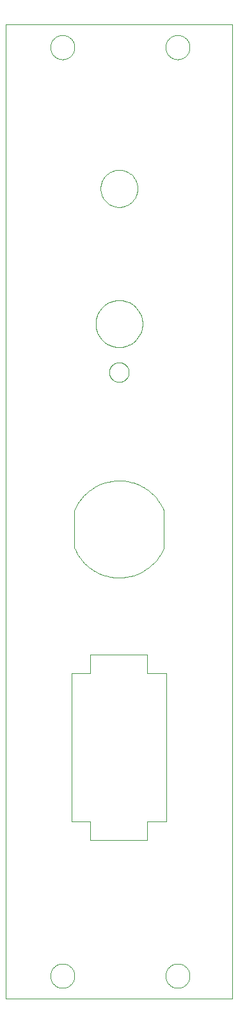
<source format=gm1>
G04 #@! TF.GenerationSoftware,KiCad,Pcbnew,8.0.5*
G04 #@! TF.CreationDate,2024-10-30T16:54:04+09:00*
G04 #@! TF.ProjectId,ERK01_PWR_Panel,45524b30-315f-4505-9752-5f50616e656c,1.0*
G04 #@! TF.SameCoordinates,Original*
G04 #@! TF.FileFunction,Profile,NP*
%FSLAX46Y46*%
G04 Gerber Fmt 4.6, Leading zero omitted, Abs format (unit mm)*
G04 Created by KiCad (PCBNEW 8.0.5) date 2024-10-30 16:54:04*
%MOMM*%
%LPD*%
G01*
G04 APERTURE LIST*
G04 #@! TA.AperFunction,Profile*
%ADD10C,0.017638*%
G04 #@! TD*
G04 #@! TA.AperFunction,Profile*
%ADD11C,0.088194*%
G04 #@! TD*
G04 APERTURE END LIST*
D10*
X128103142Y-37420582D02*
X158103003Y-37420582D01*
X158103003Y-165920558D01*
X128103142Y-165920558D01*
X128103142Y-37420582D01*
D11*
X135685541Y-161322411D02*
X135766806Y-161328591D01*
X135846890Y-161338767D01*
X135925691Y-161352840D01*
X136003110Y-161370708D01*
X136079046Y-161392272D01*
X136153397Y-161417430D01*
X136226065Y-161446082D01*
X136296948Y-161478127D01*
X136365945Y-161513466D01*
X136432957Y-161551997D01*
X136497882Y-161593620D01*
X136560620Y-161638235D01*
X136621071Y-161685740D01*
X136679133Y-161736035D01*
X136734707Y-161789020D01*
X136787692Y-161844595D01*
X136837987Y-161902658D01*
X136885492Y-161963109D01*
X136930106Y-162025847D01*
X136971728Y-162090773D01*
X137010259Y-162157785D01*
X137045598Y-162226783D01*
X137077643Y-162297666D01*
X137106295Y-162370334D01*
X137131453Y-162444686D01*
X137153016Y-162520622D01*
X137170884Y-162598041D01*
X137184957Y-162676843D01*
X137195133Y-162756927D01*
X137201313Y-162838192D01*
X137203395Y-162920538D01*
X137201313Y-163002884D01*
X137195133Y-163084148D01*
X137184957Y-163164231D01*
X137170884Y-163243032D01*
X137153016Y-163320450D01*
X137131453Y-163396386D01*
X137106295Y-163470737D01*
X137077643Y-163543405D01*
X137045598Y-163614288D01*
X137010259Y-163683285D01*
X136971728Y-163750296D01*
X136930106Y-163815222D01*
X136885492Y-163877960D01*
X136837987Y-163938410D01*
X136787692Y-163996473D01*
X136734707Y-164052047D01*
X136679133Y-164105032D01*
X136621071Y-164155327D01*
X136560620Y-164202832D01*
X136497882Y-164247446D01*
X136432957Y-164289069D01*
X136365945Y-164327600D01*
X136296948Y-164362939D01*
X136226065Y-164394985D01*
X136153397Y-164423637D01*
X136079046Y-164448795D01*
X136003110Y-164470358D01*
X135925691Y-164488227D01*
X135846890Y-164502299D01*
X135766806Y-164512475D01*
X135685541Y-164518655D01*
X135603195Y-164520737D01*
X135520849Y-164518655D01*
X135439584Y-164512475D01*
X135359501Y-164502299D01*
X135280699Y-164488227D01*
X135203280Y-164470358D01*
X135127345Y-164448795D01*
X135052993Y-164423637D01*
X134980326Y-164394985D01*
X134909443Y-164362939D01*
X134840445Y-164327600D01*
X134773434Y-164289069D01*
X134708509Y-164247446D01*
X134645771Y-164202832D01*
X134585320Y-164155327D01*
X134527258Y-164105032D01*
X134471684Y-164052047D01*
X134418699Y-163996473D01*
X134368404Y-163938410D01*
X134320899Y-163877960D01*
X134276285Y-163815222D01*
X134234662Y-163750296D01*
X134196132Y-163683285D01*
X134160793Y-163614288D01*
X134128748Y-163543405D01*
X134100096Y-163470737D01*
X134074938Y-163396386D01*
X134053375Y-163320450D01*
X134035506Y-163243032D01*
X134021434Y-163164231D01*
X134011258Y-163084148D01*
X134005078Y-163002884D01*
X134002996Y-162920538D01*
X134005078Y-162838192D01*
X134011258Y-162756927D01*
X134021434Y-162676843D01*
X134035506Y-162598041D01*
X134053375Y-162520622D01*
X134074938Y-162444686D01*
X134100096Y-162370334D01*
X134128748Y-162297666D01*
X134160793Y-162226783D01*
X134196132Y-162157785D01*
X134234662Y-162090773D01*
X134276285Y-162025847D01*
X134320899Y-161963109D01*
X134368404Y-161902658D01*
X134418699Y-161844595D01*
X134471684Y-161789020D01*
X134527258Y-161736035D01*
X134585320Y-161685740D01*
X134645771Y-161638235D01*
X134708509Y-161593620D01*
X134773434Y-161551997D01*
X134840445Y-161513466D01*
X134909443Y-161478127D01*
X134980326Y-161446082D01*
X135052993Y-161417430D01*
X135127345Y-161392272D01*
X135203280Y-161370708D01*
X135280699Y-161352840D01*
X135359501Y-161338767D01*
X135439584Y-161328591D01*
X135520849Y-161322411D01*
X135603195Y-161320329D01*
X135685541Y-161322411D01*
X143229328Y-56611347D02*
X143353752Y-56620808D01*
X143476366Y-56636389D01*
X143597018Y-56657935D01*
X143715552Y-56685293D01*
X143831816Y-56718308D01*
X143945655Y-56756827D01*
X144056915Y-56800695D01*
X144165443Y-56849760D01*
X144271084Y-56903866D01*
X144373684Y-56962860D01*
X144473090Y-57026588D01*
X144569148Y-57094895D01*
X144661703Y-57167629D01*
X144750601Y-57244635D01*
X144835690Y-57325760D01*
X144916814Y-57410848D01*
X144993820Y-57499747D01*
X145066554Y-57592302D01*
X145134861Y-57688359D01*
X145198589Y-57787765D01*
X145257583Y-57890365D01*
X145311689Y-57996006D01*
X145360754Y-58104534D01*
X145404622Y-58215794D01*
X145443141Y-58329633D01*
X145476156Y-58445897D01*
X145503514Y-58564432D01*
X145525060Y-58685084D01*
X145540641Y-58807698D01*
X145550102Y-58932122D01*
X145553290Y-59058201D01*
X145550102Y-59184280D01*
X145540641Y-59308703D01*
X145525060Y-59431318D01*
X145503514Y-59551969D01*
X145476156Y-59670504D01*
X145443141Y-59786767D01*
X145404622Y-59900606D01*
X145360754Y-60011867D01*
X145311689Y-60120394D01*
X145257583Y-60226035D01*
X145198589Y-60328635D01*
X145134861Y-60428041D01*
X145066554Y-60524098D01*
X144993820Y-60616653D01*
X144916814Y-60705552D01*
X144835690Y-60790640D01*
X144750601Y-60871764D01*
X144661703Y-60948770D01*
X144569148Y-61021504D01*
X144473090Y-61089812D01*
X144373684Y-61153540D01*
X144271084Y-61212534D01*
X144165443Y-61266640D01*
X144056915Y-61315704D01*
X143945655Y-61359573D01*
X143831816Y-61398092D01*
X143715552Y-61431107D01*
X143597018Y-61458464D01*
X143476366Y-61480011D01*
X143353752Y-61495591D01*
X143229328Y-61505053D01*
X143103249Y-61508241D01*
X142977170Y-61505053D01*
X142852747Y-61495591D01*
X142730132Y-61480011D01*
X142609480Y-61458464D01*
X142490945Y-61431107D01*
X142374682Y-61398092D01*
X142260843Y-61359573D01*
X142149582Y-61315704D01*
X142041055Y-61266640D01*
X141935414Y-61212534D01*
X141832813Y-61153540D01*
X141733408Y-61089812D01*
X141637350Y-61021504D01*
X141544795Y-60948770D01*
X141455897Y-60871764D01*
X141370808Y-60790640D01*
X141289684Y-60705552D01*
X141212678Y-60616653D01*
X141139944Y-60524098D01*
X141071637Y-60428041D01*
X141007909Y-60328635D01*
X140948915Y-60226035D01*
X140894809Y-60120394D01*
X140845745Y-60011867D01*
X140801876Y-59900606D01*
X140763357Y-59786767D01*
X140730342Y-59670504D01*
X140702984Y-59551969D01*
X140681438Y-59431318D01*
X140665858Y-59308703D01*
X140656396Y-59184280D01*
X140653208Y-59058201D01*
X140656396Y-58932122D01*
X140665858Y-58807698D01*
X140681438Y-58685084D01*
X140702984Y-58564432D01*
X140730342Y-58445897D01*
X140763357Y-58329633D01*
X140801876Y-58215794D01*
X140845745Y-58104534D01*
X140894809Y-57996006D01*
X140948915Y-57890365D01*
X141007909Y-57787765D01*
X141071637Y-57688359D01*
X141139944Y-57592302D01*
X141212678Y-57499747D01*
X141289684Y-57410848D01*
X141370808Y-57325760D01*
X141455897Y-57244635D01*
X141544795Y-57167629D01*
X141637350Y-57094895D01*
X141733408Y-57026588D01*
X141832813Y-56962860D01*
X141935414Y-56903866D01*
X142041055Y-56849760D01*
X142149582Y-56800695D01*
X142260843Y-56756827D01*
X142374682Y-56718308D01*
X142490945Y-56685293D01*
X142609480Y-56657935D01*
X142730132Y-56636389D01*
X142852747Y-56620808D01*
X142977170Y-56611347D01*
X143103249Y-56608159D01*
X143229328Y-56611347D01*
X143169088Y-81998203D02*
X143235107Y-82003223D01*
X143300166Y-82011490D01*
X143364183Y-82022923D01*
X143427078Y-82037439D01*
X143488767Y-82054957D01*
X143549170Y-82075395D01*
X143608204Y-82098671D01*
X143665789Y-82124705D01*
X143721841Y-82153413D01*
X143776281Y-82184716D01*
X143829025Y-82218530D01*
X143879993Y-82254774D01*
X143929103Y-82293366D01*
X143976272Y-82334225D01*
X144021420Y-82377270D01*
X144064464Y-82422418D01*
X144105323Y-82469587D01*
X144143916Y-82518697D01*
X144180160Y-82569665D01*
X144213974Y-82622409D01*
X144245276Y-82676849D01*
X144273984Y-82732902D01*
X144300018Y-82790486D01*
X144323294Y-82849521D01*
X144343733Y-82909923D01*
X144361250Y-82971613D01*
X144375766Y-83034507D01*
X144387199Y-83098524D01*
X144395466Y-83163583D01*
X144400486Y-83229602D01*
X144402177Y-83296499D01*
X144400486Y-83363396D01*
X144395466Y-83429415D01*
X144387199Y-83494474D01*
X144375766Y-83558491D01*
X144361250Y-83621385D01*
X144343733Y-83683074D01*
X144323294Y-83743477D01*
X144300018Y-83802511D01*
X144273984Y-83860096D01*
X144245276Y-83916148D01*
X144213974Y-83970588D01*
X144180160Y-84023332D01*
X144143916Y-84074300D01*
X144105323Y-84123409D01*
X144064464Y-84170578D01*
X144021420Y-84215726D01*
X143976272Y-84258770D01*
X143929103Y-84299629D01*
X143879993Y-84338221D01*
X143829025Y-84374465D01*
X143776281Y-84408279D01*
X143721841Y-84439581D01*
X143665789Y-84468289D01*
X143608204Y-84494323D01*
X143549170Y-84517599D01*
X143488767Y-84538037D01*
X143427078Y-84555555D01*
X143364183Y-84570070D01*
X143300166Y-84581503D01*
X143235107Y-84589770D01*
X143169088Y-84594790D01*
X143102191Y-84596481D01*
X143035294Y-84594790D01*
X142969275Y-84589770D01*
X142904216Y-84581503D01*
X142840199Y-84570070D01*
X142777305Y-84555555D01*
X142715616Y-84538037D01*
X142655213Y-84517599D01*
X142596178Y-84494323D01*
X142538594Y-84468289D01*
X142482541Y-84439581D01*
X142428102Y-84408279D01*
X142375357Y-84374465D01*
X142324389Y-84338221D01*
X142275280Y-84299629D01*
X142228110Y-84258770D01*
X142182963Y-84215726D01*
X142139918Y-84170578D01*
X142099059Y-84123409D01*
X142060467Y-84074300D01*
X142024223Y-84023332D01*
X141990409Y-83970588D01*
X141959107Y-83916148D01*
X141930398Y-83860096D01*
X141904365Y-83802511D01*
X141881088Y-83743477D01*
X141860650Y-83683074D01*
X141843132Y-83621385D01*
X141828616Y-83558491D01*
X141817184Y-83494474D01*
X141808917Y-83429415D01*
X141803897Y-83363396D01*
X141802205Y-83296499D01*
X141803897Y-83229602D01*
X141808917Y-83163583D01*
X141817184Y-83098524D01*
X141828616Y-83034507D01*
X141843132Y-82971613D01*
X141860650Y-82909923D01*
X141881088Y-82849521D01*
X141904365Y-82790486D01*
X141930398Y-82732902D01*
X141959107Y-82676849D01*
X141990409Y-82622409D01*
X142024223Y-82569665D01*
X142060467Y-82518697D01*
X142099059Y-82469587D01*
X142139918Y-82422418D01*
X142182963Y-82377270D01*
X142228110Y-82334225D01*
X142275280Y-82293366D01*
X142324389Y-82254774D01*
X142375357Y-82218530D01*
X142428102Y-82184716D01*
X142482541Y-82153413D01*
X142538594Y-82124705D01*
X142596178Y-82098671D01*
X142655213Y-82075395D01*
X142715616Y-82054957D01*
X142777305Y-82037439D01*
X142840199Y-82022923D01*
X142904216Y-82011490D01*
X142969275Y-82003223D01*
X143035294Y-81998203D01*
X143102191Y-81996512D01*
X143169088Y-81998203D01*
X150925536Y-38822486D02*
X151006802Y-38828666D01*
X151086885Y-38838842D01*
X151165687Y-38852914D01*
X151243105Y-38870783D01*
X151319041Y-38892346D01*
X151393393Y-38917504D01*
X151466061Y-38946156D01*
X151536944Y-38978201D01*
X151605941Y-39013539D01*
X151672953Y-39052070D01*
X151737878Y-39093693D01*
X151800616Y-39138307D01*
X151861067Y-39185812D01*
X151919129Y-39236107D01*
X151974703Y-39289092D01*
X152027688Y-39344665D01*
X152077983Y-39402728D01*
X152125488Y-39463179D01*
X152170102Y-39525917D01*
X152211725Y-39590842D01*
X152250256Y-39657853D01*
X152285595Y-39726851D01*
X152317640Y-39797734D01*
X152346292Y-39870401D01*
X152371450Y-39944753D01*
X152393013Y-40020689D01*
X152410882Y-40098107D01*
X152424954Y-40176909D01*
X152435130Y-40256992D01*
X152441310Y-40338257D01*
X152443392Y-40420603D01*
X152441310Y-40502950D01*
X152435130Y-40584215D01*
X152424954Y-40664298D01*
X152410882Y-40743100D01*
X152393013Y-40820518D01*
X152371450Y-40896454D01*
X152346292Y-40970806D01*
X152317640Y-41043473D01*
X152285595Y-41114356D01*
X152250256Y-41183354D01*
X152211725Y-41250365D01*
X152170102Y-41315290D01*
X152125488Y-41378028D01*
X152077983Y-41438479D01*
X152027688Y-41496542D01*
X151974703Y-41552116D01*
X151919129Y-41605100D01*
X151861067Y-41655395D01*
X151800616Y-41702900D01*
X151737878Y-41747514D01*
X151672953Y-41789137D01*
X151605941Y-41827668D01*
X151536944Y-41863006D01*
X151466061Y-41895051D01*
X151393393Y-41923703D01*
X151319041Y-41948861D01*
X151243105Y-41970425D01*
X151165687Y-41988293D01*
X151086885Y-42002365D01*
X151006802Y-42012541D01*
X150925536Y-42018721D01*
X150843190Y-42020803D01*
X150760844Y-42018721D01*
X150679579Y-42012541D01*
X150599496Y-42002365D01*
X150520694Y-41988293D01*
X150443276Y-41970425D01*
X150367340Y-41948861D01*
X150292988Y-41923703D01*
X150220321Y-41895051D01*
X150149438Y-41863006D01*
X150080440Y-41827668D01*
X150013429Y-41789137D01*
X149948504Y-41747514D01*
X149885766Y-41702900D01*
X149825315Y-41655395D01*
X149767253Y-41605100D01*
X149711679Y-41552116D01*
X149658694Y-41496542D01*
X149608399Y-41438479D01*
X149560894Y-41378028D01*
X149516280Y-41315290D01*
X149474658Y-41250365D01*
X149436127Y-41183354D01*
X149400788Y-41114356D01*
X149368743Y-41043473D01*
X149340091Y-40970806D01*
X149314933Y-40896454D01*
X149293370Y-40820518D01*
X149275502Y-40743100D01*
X149261429Y-40664298D01*
X149251253Y-40584215D01*
X149245074Y-40502950D01*
X149242991Y-40420603D01*
X149245074Y-40338257D01*
X149251253Y-40256992D01*
X149261429Y-40176909D01*
X149275502Y-40098107D01*
X149293370Y-40020689D01*
X149314933Y-39944753D01*
X149340091Y-39870401D01*
X149368743Y-39797734D01*
X149400788Y-39726851D01*
X149436127Y-39657853D01*
X149474658Y-39590842D01*
X149516280Y-39525917D01*
X149560894Y-39463179D01*
X149608399Y-39402728D01*
X149658694Y-39344665D01*
X149711679Y-39289092D01*
X149767253Y-39236107D01*
X149825315Y-39185812D01*
X149885766Y-39138307D01*
X149948504Y-39093693D01*
X150013429Y-39052070D01*
X150080440Y-39013539D01*
X150149438Y-38978201D01*
X150220321Y-38946156D01*
X150292988Y-38917504D01*
X150367340Y-38892346D01*
X150443276Y-38870783D01*
X150520694Y-38852914D01*
X150599496Y-38838842D01*
X150679579Y-38828666D01*
X150760844Y-38822486D01*
X150843190Y-38820404D01*
X150925536Y-38822486D01*
X146815198Y-123035207D02*
X149314981Y-123035207D01*
X149314981Y-142534998D01*
X146815198Y-142534998D01*
X146815198Y-145035140D01*
X139315145Y-145035140D01*
X139315145Y-142534998D01*
X136815010Y-142534998D01*
X136815010Y-123035207D01*
X139315145Y-123035207D01*
X139315145Y-120535075D01*
X146815198Y-120535075D01*
X146815198Y-123035207D01*
X143261709Y-73800578D02*
X143419133Y-73812549D01*
X143574269Y-73832262D01*
X143726920Y-73859523D01*
X143876893Y-73894137D01*
X144023993Y-73935908D01*
X144168026Y-73984643D01*
X144308795Y-74040147D01*
X144446107Y-74102225D01*
X144579767Y-74170681D01*
X144709579Y-74245322D01*
X144835350Y-74325952D01*
X144956884Y-74412377D01*
X145073987Y-74504402D01*
X145186464Y-74601832D01*
X145294121Y-74704473D01*
X145396761Y-74812129D01*
X145494191Y-74924606D01*
X145586216Y-75041709D01*
X145672641Y-75163244D01*
X145753271Y-75289015D01*
X145827912Y-75418828D01*
X145896368Y-75552488D01*
X145958446Y-75689800D01*
X146013949Y-75830569D01*
X146062684Y-75974602D01*
X146104456Y-76121702D01*
X146139070Y-76271675D01*
X146166330Y-76424327D01*
X146186044Y-76579462D01*
X146198014Y-76736887D01*
X146202048Y-76896405D01*
X146198014Y-77055923D01*
X146186044Y-77213347D01*
X146166330Y-77368482D01*
X146139070Y-77521134D01*
X146104456Y-77671107D01*
X146062684Y-77818207D01*
X146013949Y-77962240D01*
X145958446Y-78103009D01*
X145896368Y-78240321D01*
X145827912Y-78373981D01*
X145753271Y-78503793D01*
X145672641Y-78629564D01*
X145586216Y-78751099D01*
X145494191Y-78868202D01*
X145396761Y-78980679D01*
X145294121Y-79088335D01*
X145186464Y-79190975D01*
X145073987Y-79288406D01*
X144956884Y-79380430D01*
X144835350Y-79466855D01*
X144709579Y-79547486D01*
X144579767Y-79622126D01*
X144446107Y-79690583D01*
X144308795Y-79752660D01*
X144168026Y-79808164D01*
X144023993Y-79856899D01*
X143876893Y-79898671D01*
X143726920Y-79933285D01*
X143574269Y-79960546D01*
X143419133Y-79980259D01*
X143261709Y-79992229D01*
X143102191Y-79996263D01*
X142942673Y-79992229D01*
X142785249Y-79980259D01*
X142630114Y-79960546D01*
X142477462Y-79933285D01*
X142327489Y-79898671D01*
X142180388Y-79856899D01*
X142036356Y-79808164D01*
X141895587Y-79752660D01*
X141758275Y-79690583D01*
X141624615Y-79622126D01*
X141494802Y-79547486D01*
X141369031Y-79466855D01*
X141247497Y-79380430D01*
X141130394Y-79288406D01*
X141017917Y-79190975D01*
X140910261Y-79088335D01*
X140807620Y-78980679D01*
X140710190Y-78868202D01*
X140618165Y-78751099D01*
X140531741Y-78629564D01*
X140451110Y-78503793D01*
X140376470Y-78373981D01*
X140308013Y-78240321D01*
X140245936Y-78103009D01*
X140190432Y-77962240D01*
X140141697Y-77818207D01*
X140099925Y-77671107D01*
X140065312Y-77521134D01*
X140038051Y-77368482D01*
X140018338Y-77213347D01*
X140006367Y-77055923D01*
X140002333Y-76896405D01*
X140006367Y-76736887D01*
X140018338Y-76579462D01*
X140038051Y-76424327D01*
X140065312Y-76271675D01*
X140099925Y-76121702D01*
X140141697Y-75974602D01*
X140190432Y-75830569D01*
X140245936Y-75689800D01*
X140308013Y-75552488D01*
X140376470Y-75418828D01*
X140451110Y-75289015D01*
X140531741Y-75163244D01*
X140618165Y-75041709D01*
X140710190Y-74924606D01*
X140807620Y-74812129D01*
X140910261Y-74704473D01*
X141017917Y-74601832D01*
X141130394Y-74504402D01*
X141247497Y-74412377D01*
X141369031Y-74325952D01*
X141494802Y-74245322D01*
X141624615Y-74170681D01*
X141758275Y-74102225D01*
X141895587Y-74040147D01*
X142036356Y-73984643D01*
X142180388Y-73935908D01*
X142327489Y-73894137D01*
X142477462Y-73859523D01*
X142630114Y-73832262D01*
X142785249Y-73812549D01*
X142942673Y-73800578D01*
X143102191Y-73796545D01*
X143261709Y-73800578D01*
X143350955Y-97595752D02*
X143596273Y-97609757D01*
X143839036Y-97632890D01*
X144079073Y-97664981D01*
X144316214Y-97705860D01*
X144550289Y-97755355D01*
X144781129Y-97813297D01*
X145008564Y-97879514D01*
X145232423Y-97953837D01*
X145452536Y-98036095D01*
X145668734Y-98126117D01*
X145880847Y-98223734D01*
X146088705Y-98328774D01*
X146292137Y-98441067D01*
X146490974Y-98560443D01*
X146685046Y-98686731D01*
X146874183Y-98819761D01*
X147058214Y-98959362D01*
X147236971Y-99105364D01*
X147410283Y-99257595D01*
X147577980Y-99415887D01*
X147739892Y-99580069D01*
X147895849Y-99749969D01*
X148045682Y-99925417D01*
X148189219Y-100106243D01*
X148326293Y-100292277D01*
X148456731Y-100483348D01*
X148580365Y-100679286D01*
X148697025Y-100879919D01*
X148806540Y-101085078D01*
X148908740Y-101294593D01*
X149003456Y-101508292D01*
X149003456Y-106473989D01*
X148806536Y-106897260D01*
X148580351Y-107303097D01*
X148326262Y-107690135D01*
X148045632Y-108057013D01*
X147739820Y-108402369D01*
X147410189Y-108724841D01*
X147058100Y-109023066D01*
X146684913Y-109295683D01*
X146291989Y-109541328D01*
X145880691Y-109758640D01*
X145452379Y-109946257D01*
X145008414Y-110102816D01*
X144550157Y-110226956D01*
X144078970Y-110317313D01*
X143596214Y-110372527D01*
X143103249Y-110391234D01*
X142855545Y-110386529D01*
X142610227Y-110372527D01*
X142367464Y-110349398D01*
X142127427Y-110317313D01*
X141890286Y-110276442D01*
X141656210Y-110226956D01*
X141425370Y-110169024D01*
X141197936Y-110102816D01*
X140974077Y-110028504D01*
X140753963Y-109946257D01*
X140537765Y-109856246D01*
X140325652Y-109758640D01*
X140117795Y-109653611D01*
X139914362Y-109541328D01*
X139715525Y-109421962D01*
X139521453Y-109295683D01*
X139332317Y-109162661D01*
X139148285Y-109023066D01*
X138969528Y-108877070D01*
X138796216Y-108724841D01*
X138628519Y-108566551D01*
X138466607Y-108402369D01*
X138310650Y-108232467D01*
X138160818Y-108057013D01*
X138017280Y-107876179D01*
X137880207Y-107690135D01*
X137749768Y-107499051D01*
X137626134Y-107303097D01*
X137509475Y-107102443D01*
X137399960Y-106897260D01*
X137297759Y-106687719D01*
X137203043Y-106473989D01*
X137203043Y-101508292D01*
X137399960Y-101085020D01*
X137626135Y-100679184D01*
X137880207Y-100292145D01*
X138160818Y-99925267D01*
X138466608Y-99579911D01*
X138796217Y-99257439D01*
X139148286Y-98959214D01*
X139521455Y-98686598D01*
X139914364Y-98440952D01*
X140325653Y-98223640D01*
X140753964Y-98036023D01*
X141197937Y-97879464D01*
X141656211Y-97755324D01*
X142127428Y-97664967D01*
X142610228Y-97609753D01*
X143103250Y-97591046D01*
X143350955Y-97595752D01*
X150925165Y-161322767D02*
X151006412Y-161328945D01*
X151086478Y-161339119D01*
X151165262Y-161353188D01*
X151242663Y-161371053D01*
X151318582Y-161392611D01*
X151392918Y-161417764D01*
X151465569Y-161446409D01*
X151536437Y-161478448D01*
X151605419Y-161513779D01*
X151672416Y-161552301D01*
X151737327Y-161593915D01*
X151800051Y-161638519D01*
X151860488Y-161686014D01*
X151918538Y-161736298D01*
X151974100Y-161789271D01*
X152027073Y-161844833D01*
X152077357Y-161902883D01*
X152124851Y-161963320D01*
X152169456Y-162026045D01*
X152211069Y-162090956D01*
X152249592Y-162157953D01*
X152284922Y-162226935D01*
X152316961Y-162297803D01*
X152345606Y-162370455D01*
X152370759Y-162444791D01*
X152392317Y-162520710D01*
X152410182Y-162598112D01*
X152424251Y-162676896D01*
X152434425Y-162756962D01*
X152440603Y-162838210D01*
X152442685Y-162920538D01*
X152440603Y-163002866D01*
X152434425Y-163084112D01*
X152424251Y-163164178D01*
X152410182Y-163242961D01*
X152392317Y-163320363D01*
X152370759Y-163396281D01*
X152345606Y-163470616D01*
X152316961Y-163543268D01*
X152284922Y-163614135D01*
X152249592Y-163683117D01*
X152211069Y-163750113D01*
X152169456Y-163815024D01*
X152124851Y-163877748D01*
X152077357Y-163938185D01*
X152027073Y-163996235D01*
X151974100Y-164051797D01*
X151918538Y-164104770D01*
X151860488Y-164155054D01*
X151800051Y-164202548D01*
X151737327Y-164247152D01*
X151672416Y-164288766D01*
X151605419Y-164327288D01*
X151536437Y-164362619D01*
X151465569Y-164394657D01*
X151392918Y-164423303D01*
X151318582Y-164448455D01*
X151242663Y-164470014D01*
X151165262Y-164487878D01*
X151086478Y-164501947D01*
X151006412Y-164512121D01*
X150925165Y-164518299D01*
X150842837Y-164520381D01*
X150760509Y-164518299D01*
X150679262Y-164512121D01*
X150599196Y-164501947D01*
X150520412Y-164487878D01*
X150443011Y-164470014D01*
X150367092Y-164448455D01*
X150292756Y-164423303D01*
X150220105Y-164394657D01*
X150149238Y-164362619D01*
X150080256Y-164327288D01*
X150013259Y-164288766D01*
X149948348Y-164247152D01*
X149885624Y-164202548D01*
X149825187Y-164155054D01*
X149767137Y-164104770D01*
X149711575Y-164051797D01*
X149658602Y-163996235D01*
X149608318Y-163938185D01*
X149560824Y-163877748D01*
X149516220Y-163815024D01*
X149474606Y-163750113D01*
X149436084Y-163683117D01*
X149400754Y-163614135D01*
X149368715Y-163543268D01*
X149340070Y-163470616D01*
X149314917Y-163396281D01*
X149293359Y-163320363D01*
X149275495Y-163242961D01*
X149261425Y-163164178D01*
X149251251Y-163084112D01*
X149245073Y-163002866D01*
X149242991Y-162920538D01*
X149245073Y-162838210D01*
X149251251Y-162756962D01*
X149261425Y-162676896D01*
X149275495Y-162598112D01*
X149293359Y-162520710D01*
X149314917Y-162444791D01*
X149340070Y-162370455D01*
X149368715Y-162297803D01*
X149400754Y-162226935D01*
X149436084Y-162157953D01*
X149474606Y-162090956D01*
X149516220Y-162026045D01*
X149560824Y-161963320D01*
X149608318Y-161902883D01*
X149658602Y-161844833D01*
X149711575Y-161789271D01*
X149767137Y-161736298D01*
X149825187Y-161686014D01*
X149885624Y-161638519D01*
X149948348Y-161593915D01*
X150013259Y-161552301D01*
X150080256Y-161513779D01*
X150149238Y-161478448D01*
X150220105Y-161446409D01*
X150292756Y-161417764D01*
X150367092Y-161392611D01*
X150443011Y-161371053D01*
X150520412Y-161353188D01*
X150599196Y-161339119D01*
X150679262Y-161328945D01*
X150760509Y-161322767D01*
X150842837Y-161320685D01*
X150925165Y-161322767D01*
X135685541Y-38822486D02*
X135766806Y-38828666D01*
X135846890Y-38838842D01*
X135925691Y-38852914D01*
X136003110Y-38870783D01*
X136079046Y-38892346D01*
X136153397Y-38917504D01*
X136226065Y-38946156D01*
X136296948Y-38978201D01*
X136365945Y-39013539D01*
X136432957Y-39052070D01*
X136497882Y-39093693D01*
X136560620Y-39138307D01*
X136621071Y-39185812D01*
X136679133Y-39236107D01*
X136734707Y-39289092D01*
X136787692Y-39344665D01*
X136837987Y-39402728D01*
X136885492Y-39463179D01*
X136930106Y-39525917D01*
X136971728Y-39590842D01*
X137010259Y-39657853D01*
X137045598Y-39726851D01*
X137077643Y-39797734D01*
X137106295Y-39870401D01*
X137131453Y-39944753D01*
X137153016Y-40020689D01*
X137170884Y-40098107D01*
X137184957Y-40176909D01*
X137195133Y-40256992D01*
X137201313Y-40338257D01*
X137203395Y-40420603D01*
X137201313Y-40502950D01*
X137195133Y-40584215D01*
X137184957Y-40664298D01*
X137170884Y-40743100D01*
X137153016Y-40820518D01*
X137131453Y-40896454D01*
X137106295Y-40970806D01*
X137077643Y-41043473D01*
X137045598Y-41114356D01*
X137010259Y-41183354D01*
X136971728Y-41250365D01*
X136930106Y-41315290D01*
X136885492Y-41378028D01*
X136837987Y-41438479D01*
X136787692Y-41496542D01*
X136734707Y-41552116D01*
X136679133Y-41605100D01*
X136621071Y-41655395D01*
X136560620Y-41702900D01*
X136497882Y-41747514D01*
X136432957Y-41789137D01*
X136365945Y-41827668D01*
X136296948Y-41863006D01*
X136226065Y-41895051D01*
X136153397Y-41923703D01*
X136079046Y-41948861D01*
X136003110Y-41970425D01*
X135925691Y-41988293D01*
X135846890Y-42002365D01*
X135766806Y-42012541D01*
X135685541Y-42018721D01*
X135603195Y-42020803D01*
X135520849Y-42018721D01*
X135439584Y-42012541D01*
X135359501Y-42002365D01*
X135280699Y-41988293D01*
X135203281Y-41970425D01*
X135127345Y-41948861D01*
X135052993Y-41923703D01*
X134980326Y-41895051D01*
X134909443Y-41863006D01*
X134840445Y-41827668D01*
X134773434Y-41789137D01*
X134708509Y-41747514D01*
X134645771Y-41702900D01*
X134585320Y-41655395D01*
X134527258Y-41605100D01*
X134471684Y-41552116D01*
X134418699Y-41496542D01*
X134368404Y-41438479D01*
X134320899Y-41378028D01*
X134276285Y-41315290D01*
X134234662Y-41250365D01*
X134196132Y-41183354D01*
X134160793Y-41114356D01*
X134128748Y-41043473D01*
X134100096Y-40970806D01*
X134074938Y-40896454D01*
X134053375Y-40820518D01*
X134035506Y-40743100D01*
X134021434Y-40664298D01*
X134011258Y-40584215D01*
X134005078Y-40502950D01*
X134002996Y-40420603D01*
X134005078Y-40338257D01*
X134011258Y-40256992D01*
X134021434Y-40176909D01*
X134035506Y-40098107D01*
X134053375Y-40020689D01*
X134074938Y-39944753D01*
X134100096Y-39870401D01*
X134128748Y-39797734D01*
X134160793Y-39726851D01*
X134196132Y-39657853D01*
X134234662Y-39590842D01*
X134276285Y-39525917D01*
X134320899Y-39463179D01*
X134368404Y-39402728D01*
X134418699Y-39344665D01*
X134471684Y-39289092D01*
X134527258Y-39236107D01*
X134585320Y-39185812D01*
X134645771Y-39138307D01*
X134708509Y-39093693D01*
X134773434Y-39052070D01*
X134840445Y-39013539D01*
X134909443Y-38978201D01*
X134980326Y-38946156D01*
X135052993Y-38917504D01*
X135127345Y-38892346D01*
X135203281Y-38870783D01*
X135280699Y-38852914D01*
X135359501Y-38838842D01*
X135439584Y-38828666D01*
X135520849Y-38822486D01*
X135603195Y-38820404D01*
X135685541Y-38822486D01*
M02*

</source>
